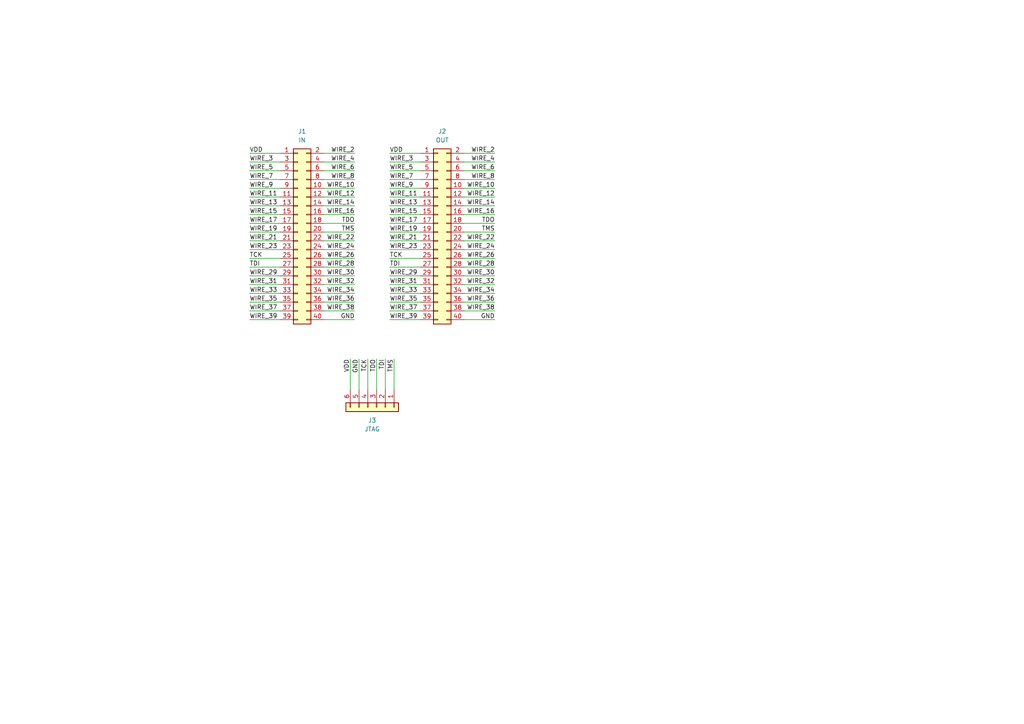
<source format=kicad_sch>
(kicad_sch (version 20250114) (generator "eeschema") (generator_version "9.0")
  (paper "A4")
  (lib_symbols
    (symbol "Connector_Generic:Conn_01x06" (pin_names (offset 1.016) (hide yes))
      (property "Reference" "J" (at 0 7.62 0))
      (property "Value" "Conn_01x06" (at 0 -10.16 0))
      (symbol "Conn_01x06_1_1"
        (rectangle (start -1.27 6.35) (end 1.27 -8.89) (stroke (width 0.254)) (fill (type background)))
        (rectangle (start -1.27 5.207) (end 0 4.953) (stroke (width 0.1524)))
        (rectangle (start -1.27 2.667) (end 0 2.413) (stroke (width 0.1524)))
        (rectangle (start -1.27 0.127) (end 0 -0.127) (stroke (width 0.1524)))
        (rectangle (start -1.27 -2.413) (end 0 -2.667) (stroke (width 0.1524)))
        (rectangle (start -1.27 -4.953) (end 0 -5.207) (stroke (width 0.1524)))
        (rectangle (start -1.27 -7.493) (end 0 -7.747) (stroke (width 0.1524)))
        (pin passive line (at -5.08 5.08 0) (length 3.81) (name "Pin_1") (number "1"))
        (pin passive line (at -5.08 2.54 0) (length 3.81) (name "Pin_2") (number "2"))
        (pin passive line (at -5.08 0 0) (length 3.81) (name "Pin_3") (number "3"))
        (pin passive line (at -5.08 -2.54 0) (length 3.81) (name "Pin_4") (number "4"))
        (pin passive line (at -5.08 -5.08 0) (length 3.81) (name "Pin_5") (number "5"))
        (pin passive line (at -5.08 -7.62 0) (length 3.81) (name "Pin_6") (number "6"))
      )
    )
    (symbol "Connector_Generic:Conn_02x20_Odd_Even" (pin_names (offset 1.016) (hide yes))
      (property "Reference" "J" (at 1.27 25.4 0))
      (property "Value" "Conn_02x20_Odd_Even" (at 1.27 -27.94 0))
      (symbol "Conn_02x20_Odd_Even_1_1"
        (rectangle (start -1.27 24.13) (end 3.81 -26.67) (stroke (width 0.254)) (fill (type background)))
        (rectangle (start -1.27 22.987) (end 0 22.733) (stroke (width 0.1524)))
        (rectangle (start -1.27 20.447) (end 0 20.193) (stroke (width 0.1524)))
        (rectangle (start -1.27 17.907) (end 0 17.653) (stroke (width 0.1524)))
        (rectangle (start -1.27 15.367) (end 0 15.113) (stroke (width 0.1524)))
        (rectangle (start -1.27 12.827) (end 0 12.573) (stroke (width 0.1524)))
        (rectangle (start -1.27 10.287) (end 0 10.033) (stroke (width 0.1524)))
        (rectangle (start -1.27 7.747) (end 0 7.493) (stroke (width 0.1524)))
        (rectangle (start -1.27 5.207) (end 0 4.953) (stroke (width 0.1524)))
        (rectangle (start -1.27 2.667) (end 0 2.413) (stroke (width 0.1524)))
        (rectangle (start -1.27 0.127) (end 0 -0.127) (stroke (width 0.1524)))
        (rectangle (start -1.27 -2.413) (end 0 -2.667) (stroke (width 0.1524)))
        (rectangle (start -1.27 -4.953) (end 0 -5.207) (stroke (width 0.1524)))
        (rectangle (start -1.27 -7.493) (end 0 -7.747) (stroke (width 0.1524)))
        (rectangle (start -1.27 -10.033) (end 0 -10.287) (stroke (width 0.1524)))
        (rectangle (start -1.27 -12.573) (end 0 -12.827) (stroke (width 0.1524)))
        (rectangle (start -1.27 -15.113) (end 0 -15.367) (stroke (width 0.1524)))
        (rectangle (start -1.27 -17.653) (end 0 -17.907) (stroke (width 0.1524)))
        (rectangle (start -1.27 -20.193) (end 0 -20.447) (stroke (width 0.1524)))
        (rectangle (start -1.27 -22.733) (end 0 -22.987) (stroke (width 0.1524)))
        (rectangle (start -1.27 -25.273) (end 0 -25.527) (stroke (width 0.1524)))
        (rectangle (start 3.81 22.987) (end 2.54 22.733) (stroke (width 0.1524)))
        (rectangle (start 3.81 20.447) (end 2.54 20.193) (stroke (width 0.1524)))
        (rectangle (start 3.81 17.907) (end 2.54 17.653) (stroke (width 0.1524)))
        (rectangle (start 3.81 15.367) (end 2.54 15.113) (stroke (width 0.1524)))
        (rectangle (start 3.81 12.827) (end 2.54 12.573) (stroke (width 0.1524)))
        (rectangle (start 3.81 10.287) (end 2.54 10.033) (stroke (width 0.1524)))
        (rectangle (start 3.81 7.747) (end 2.54 7.493) (stroke (width 0.1524)))
        (rectangle (start 3.81 5.207) (end 2.54 4.953) (stroke (width 0.1524)))
        (rectangle (start 3.81 2.667) (end 2.54 2.413) (stroke (width 0.1524)))
        (rectangle (start 3.81 0.127) (end 2.54 -0.127) (stroke (width 0.1524)))
        (rectangle (start 3.81 -2.413) (end 2.54 -2.667) (stroke (width 0.1524)))
        (rectangle (start 3.81 -4.953) (end 2.54 -5.207) (stroke (width 0.1524)))
        (rectangle (start 3.81 -7.493) (end 2.54 -7.747) (stroke (width 0.1524)))
        (rectangle (start 3.81 -10.033) (end 2.54 -10.287) (stroke (width 0.1524)))
        (rectangle (start 3.81 -12.573) (end 2.54 -12.827) (stroke (width 0.1524)))
        (rectangle (start 3.81 -15.113) (end 2.54 -15.367) (stroke (width 0.1524)))
        (rectangle (start 3.81 -17.653) (end 2.54 -17.907) (stroke (width 0.1524)))
        (rectangle (start 3.81 -20.193) (end 2.54 -20.447) (stroke (width 0.1524)))
        (rectangle (start 3.81 -22.733) (end 2.54 -22.987) (stroke (width 0.1524)))
        (rectangle (start 3.81 -25.273) (end 2.54 -25.527) (stroke (width 0.1524)))
        (pin passive line (at -5.08 22.86 0) (length 3.81) (name "Pin_1") (number "1"))
        (pin passive line (at -5.08 20.32 0) (length 3.81) (name "Pin_3") (number "3"))
        (pin passive line (at -5.08 17.78 0) (length 3.81) (name "Pin_5") (number "5"))
        (pin passive line (at -5.08 15.24 0) (length 3.81) (name "Pin_7") (number "7"))
        (pin passive line (at -5.08 12.7 0) (length 3.81) (name "Pin_9") (number "9"))
        (pin passive line (at -5.08 10.16 0) (length 3.81) (name "Pin_11") (number "11"))
        (pin passive line (at -5.08 7.62 0) (length 3.81) (name "Pin_13") (number "13"))
        (pin passive line (at -5.08 5.08 0) (length 3.81) (name "Pin_15") (number "15"))
        (pin passive line (at -5.08 2.54 0) (length 3.81) (name "Pin_17") (number "17"))
        (pin passive line (at -5.08 0 0) (length 3.81) (name "Pin_19") (number "19"))
        (pin passive line (at -5.08 -2.54 0) (length 3.81) (name "Pin_21") (number "21"))
        (pin passive line (at -5.08 -5.08 0) (length 3.81) (name "Pin_23") (number "23"))
        (pin passive line (at -5.08 -7.62 0) (length 3.81) (name "Pin_25") (number "25"))
        (pin passive line (at -5.08 -10.16 0) (length 3.81) (name "Pin_27") (number "27"))
        (pin passive line (at -5.08 -12.7 0) (length 3.81) (name "Pin_29") (number "29"))
        (pin passive line (at -5.08 -15.24 0) (length 3.81) (name "Pin_31") (number "31"))
        (pin passive line (at -5.08 -17.78 0) (length 3.81) (name "Pin_33") (number "33"))
        (pin passive line (at -5.08 -20.32 0) (length 3.81) (name "Pin_35") (number "35"))
        (pin passive line (at -5.08 -22.86 0) (length 3.81) (name "Pin_37") (number "37"))
        (pin passive line (at -5.08 -25.4 0) (length 3.81) (name "Pin_39") (number "39"))
        (pin passive line (at 7.62 22.86 180) (length 3.81) (name "Pin_2") (number "2"))
        (pin passive line (at 7.62 20.32 180) (length 3.81) (name "Pin_4") (number "4"))
        (pin passive line (at 7.62 17.78 180) (length 3.81) (name "Pin_6") (number "6"))
        (pin passive line (at 7.62 15.24 180) (length 3.81) (name "Pin_8") (number "8"))
        (pin passive line (at 7.62 12.7 180) (length 3.81) (name "Pin_10") (number "10"))
        (pin passive line (at 7.62 10.16 180) (length 3.81) (name "Pin_12") (number "12"))
        (pin passive line (at 7.62 7.62 180) (length 3.81) (name "Pin_14") (number "14"))
        (pin passive line (at 7.62 5.08 180) (length 3.81) (name "Pin_16") (number "16"))
        (pin passive line (at 7.62 2.54 180) (length 3.81) (name "Pin_18") (number "18"))
        (pin passive line (at 7.62 0 180) (length 3.81) (name "Pin_20") (number "20"))
        (pin passive line (at 7.62 -2.54 180) (length 3.81) (name "Pin_22") (number "22"))
        (pin passive line (at 7.62 -5.08 180) (length 3.81) (name "Pin_24") (number "24"))
        (pin passive line (at 7.62 -7.62 180) (length 3.81) (name "Pin_26") (number "26"))
        (pin passive line (at 7.62 -10.16 180) (length 3.81) (name "Pin_28") (number "28"))
        (pin passive line (at 7.62 -12.7 180) (length 3.81) (name "Pin_30") (number "30"))
        (pin passive line (at 7.62 -15.24 180) (length 3.81) (name "Pin_32") (number "32"))
        (pin passive line (at 7.62 -17.78 180) (length 3.81) (name "Pin_34") (number "34"))
        (pin passive line (at 7.62 -20.32 180) (length 3.81) (name "Pin_36") (number "36"))
        (pin passive line (at 7.62 -22.86 180) (length 3.81) (name "Pin_38") (number "38"))
        (pin passive line (at 7.62 -25.4 180) (length 3.81) (name "Pin_40") (number "40"))
      )
    )
  )
  (wire (pts (xy 134.62 80.01) (xy 143.51 80.01)))
  (wire (pts (xy 93.98 52.07) (xy 102.87 52.07)))
  (wire (pts (xy 113.03 90.17) (xy 121.92 90.17)))
  (wire (pts (xy 113.03 69.85) (xy 121.92 69.85)))
  (wire (pts (xy 93.98 46.99) (xy 102.87 46.99)))
  (wire (pts (xy 134.62 49.53) (xy 143.51 49.53)))
  (wire (pts (xy 113.03 82.55) (xy 121.92 82.55)))
  (wire (pts (xy 134.62 74.93) (xy 143.51 74.93)))
  (wire (pts (xy 113.03 54.61) (xy 121.92 54.61)))
  (wire (pts (xy 72.39 72.39) (xy 81.28 72.39)))
  (wire (pts (xy 93.98 54.61) (xy 102.87 54.61)))
  (wire (pts (xy 113.03 46.99) (xy 121.92 46.99)))
  (wire (pts (xy 134.62 69.85) (xy 143.51 69.85)))
  (wire (pts (xy 113.03 64.77) (xy 121.92 64.77)))
  (wire (pts (xy 104.14 104.14) (xy 104.14 113.03)))
  (wire (pts (xy 113.03 92.71) (xy 121.92 92.71)))
  (wire (pts (xy 72.39 74.93) (xy 81.28 74.93)))
  (wire (pts (xy 113.03 74.93) (xy 121.92 74.93)))
  (wire (pts (xy 113.03 77.47) (xy 121.92 77.47)))
  (wire (pts (xy 134.62 46.99) (xy 143.51 46.99)))
  (wire (pts (xy 93.98 59.69) (xy 102.87 59.69)))
  (wire (pts (xy 134.62 57.15) (xy 143.51 57.15)))
  (wire (pts (xy 72.39 85.09) (xy 81.28 85.09)))
  (wire (pts (xy 93.98 85.09) (xy 102.87 85.09)))
  (wire (pts (xy 109.22 104.14) (xy 109.22 113.03)))
  (wire (pts (xy 72.39 44.45) (xy 81.28 44.45)))
  (wire (pts (xy 101.6 104.14) (xy 101.6 113.03)))
  (wire (pts (xy 113.03 87.63) (xy 121.92 87.63)))
  (wire (pts (xy 72.39 67.31) (xy 81.28 67.31)))
  (wire (pts (xy 134.62 72.39) (xy 143.51 72.39)))
  (wire (pts (xy 93.98 82.55) (xy 102.87 82.55)))
  (wire (pts (xy 72.39 49.53) (xy 81.28 49.53)))
  (wire (pts (xy 72.39 69.85) (xy 81.28 69.85)))
  (wire (pts (xy 134.62 90.17) (xy 143.51 90.17)))
  (wire (pts (xy 93.98 87.63) (xy 102.87 87.63)))
  (wire (pts (xy 72.39 52.07) (xy 81.28 52.07)))
  (wire (pts (xy 72.39 54.61) (xy 81.28 54.61)))
  (wire (pts (xy 72.39 62.23) (xy 81.28 62.23)))
  (wire (pts (xy 93.98 67.31) (xy 102.87 67.31)))
  (wire (pts (xy 93.98 80.01) (xy 102.87 80.01)))
  (wire (pts (xy 134.62 52.07) (xy 143.51 52.07)))
  (wire (pts (xy 113.03 72.39) (xy 121.92 72.39)))
  (wire (pts (xy 93.98 49.53) (xy 102.87 49.53)))
  (wire (pts (xy 113.03 49.53) (xy 121.92 49.53)))
  (wire (pts (xy 134.62 62.23) (xy 143.51 62.23)))
  (wire (pts (xy 72.39 90.17) (xy 81.28 90.17)))
  (wire (pts (xy 113.03 44.45) (xy 121.92 44.45)))
  (wire (pts (xy 72.39 80.01) (xy 81.28 80.01)))
  (wire (pts (xy 134.62 44.45) (xy 143.51 44.45)))
  (wire (pts (xy 93.98 69.85) (xy 102.87 69.85)))
  (wire (pts (xy 134.62 85.09) (xy 143.51 85.09)))
  (wire (pts (xy 93.98 77.47) (xy 102.87 77.47)))
  (wire (pts (xy 134.62 87.63) (xy 143.51 87.63)))
  (wire (pts (xy 134.62 59.69) (xy 143.51 59.69)))
  (wire (pts (xy 113.03 80.01) (xy 121.92 80.01)))
  (wire (pts (xy 93.98 64.77) (xy 102.87 64.77)))
  (wire (pts (xy 93.98 90.17) (xy 102.87 90.17)))
  (wire (pts (xy 72.39 57.15) (xy 81.28 57.15)))
  (wire (pts (xy 134.62 54.61) (xy 143.51 54.61)))
  (wire (pts (xy 72.39 59.69) (xy 81.28 59.69)))
  (wire (pts (xy 111.76 104.14) (xy 111.76 113.03)))
  (wire (pts (xy 72.39 87.63) (xy 81.28 87.63)))
  (wire (pts (xy 113.03 59.69) (xy 121.92 59.69)))
  (wire (pts (xy 134.62 82.55) (xy 143.51 82.55)))
  (wire (pts (xy 93.98 44.45) (xy 102.87 44.45)))
  (wire (pts (xy 113.03 62.23) (xy 121.92 62.23)))
  (wire (pts (xy 134.62 77.47) (xy 143.51 77.47)))
  (wire (pts (xy 93.98 57.15) (xy 102.87 57.15)))
  (wire (pts (xy 113.03 52.07) (xy 121.92 52.07)))
  (wire (pts (xy 72.39 77.47) (xy 81.28 77.47)))
  (wire (pts (xy 72.39 82.55) (xy 81.28 82.55)))
  (wire (pts (xy 93.98 72.39) (xy 102.87 72.39)))
  (wire (pts (xy 114.3 104.14) (xy 114.3 113.03)))
  (wire (pts (xy 72.39 64.77) (xy 81.28 64.77)))
  (wire (pts (xy 106.68 104.14) (xy 106.68 113.03)))
  (wire (pts (xy 134.62 64.77) (xy 143.51 64.77)))
  (wire (pts (xy 93.98 92.71) (xy 102.87 92.71)))
  (wire (pts (xy 72.39 46.99) (xy 81.28 46.99)))
  (wire (pts (xy 113.03 85.09) (xy 121.92 85.09)))
  (wire (pts (xy 113.03 67.31) (xy 121.92 67.31)))
  (wire (pts (xy 113.03 57.15) (xy 121.92 57.15)))
  (wire (pts (xy 134.62 67.31) (xy 143.51 67.31)))
  (wire (pts (xy 93.98 62.23) (xy 102.87 62.23)))
  (wire (pts (xy 72.39 92.71) (xy 81.28 92.71)))
  (wire (pts (xy 93.98 74.93) (xy 102.87 74.93)))
  (wire (pts (xy 134.62 92.71) (xy 143.51 92.71)))
  (label "TMS" (at 114.3 104.14 270))
  (label "WIRE_4" (at 102.87 46.99 180))
  (label "WIRE_39" (at 72.39 92.71 0))
  (label "WIRE_34" (at 143.51 85.09 180))
  (label "WIRE_9" (at 113.03 54.61 0))
  (label "TDI" (at 113.03 77.47 0))
  (label "WIRE_6" (at 143.51 49.53 180))
  (label "WIRE_33" (at 72.39 85.09 0))
  (label "WIRE_14" (at 102.87 59.69 180))
  (label "WIRE_11" (at 113.03 57.15 0))
  (label "WIRE_36" (at 102.87 87.63 180))
  (label "VDD" (at 101.6 104.14 270))
  (label "WIRE_4" (at 143.51 46.99 180))
  (label "WIRE_5" (at 113.03 49.53 0))
  (label "TCK" (at 113.03 74.93 0))
  (label "WIRE_11" (at 72.39 57.15 0))
  (label "WIRE_38" (at 102.87 90.17 180))
  (label "WIRE_32" (at 143.51 82.55 180))
  (label "WIRE_34" (at 102.87 85.09 180))
  (label "WIRE_19" (at 113.03 67.31 0))
  (label "WIRE_3" (at 113.03 46.99 0))
  (label "WIRE_17" (at 72.39 64.77 0))
  (label "WIRE_15" (at 113.03 62.23 0))
  (label "WIRE_30" (at 102.87 80.01 180))
  (label "WIRE_15" (at 72.39 62.23 0))
  (label "WIRE_39" (at 113.03 92.71 0))
  (label "WIRE_7" (at 72.39 52.07 0))
  (label "WIRE_29" (at 72.39 80.01 0))
  (label "WIRE_8" (at 102.87 52.07 180))
  (label "TCK" (at 106.68 104.14 270))
  (label "WIRE_23" (at 72.39 72.39 0))
  (label "WIRE_31" (at 113.03 82.55 0))
  (label "GND" (at 143.51 92.71 180))
  (label "WIRE_32" (at 102.87 82.55 180))
  (label "TDO" (at 143.51 64.77 180))
  (label "WIRE_5" (at 72.39 49.53 0))
  (label "WIRE_12" (at 102.87 57.15 180))
  (label "WIRE_7" (at 113.03 52.07 0))
  (label "WIRE_23" (at 113.03 72.39 0))
  (label "WIRE_19" (at 72.39 67.31 0))
  (label "WIRE_26" (at 143.51 74.93 180))
  (label "WIRE_16" (at 143.51 62.23 180))
  (label "WIRE_29" (at 113.03 80.01 0))
  (label "TDO" (at 102.87 64.77 180))
  (label "WIRE_2" (at 143.51 44.45 180))
  (label "TMS" (at 102.87 67.31 180))
  (label "WIRE_28" (at 102.87 77.47 180))
  (label "WIRE_12" (at 143.51 57.15 180))
  (label "WIRE_31" (at 72.39 82.55 0))
  (label "TDO" (at 109.22 104.14 270))
  (label "WIRE_35" (at 113.03 87.63 0))
  (label "TMS" (at 143.51 67.31 180))
  (label "WIRE_38" (at 143.51 90.17 180))
  (label "WIRE_21" (at 72.39 69.85 0))
  (label "WIRE_13" (at 72.39 59.69 0))
  (label "WIRE_24" (at 143.51 72.39 180))
  (label "WIRE_10" (at 102.87 54.61 180))
  (label "TDI" (at 72.39 77.47 0))
  (label "WIRE_26" (at 102.87 74.93 180))
  (label "TDI" (at 111.76 104.14 270))
  (label "WIRE_33" (at 113.03 85.09 0))
  (label "VDD" (at 113.03 44.45 0))
  (label "GND" (at 102.87 92.71 180))
  (label "WIRE_22" (at 143.51 69.85 180))
  (label "WIRE_6" (at 102.87 49.53 180))
  (label "WIRE_36" (at 143.51 87.63 180))
  (label "WIRE_35" (at 72.39 87.63 0))
  (label "WIRE_14" (at 143.51 59.69 180))
  (label "WIRE_3" (at 72.39 46.99 0))
  (label "TCK" (at 72.39 74.93 0))
  (label "WIRE_22" (at 102.87 69.85 180))
  (label "WIRE_28" (at 143.51 77.47 180))
  (label "WIRE_16" (at 102.87 62.23 180))
  (label "GND" (at 104.14 104.14 270))
  (label "WIRE_21" (at 113.03 69.85 0))
  (label "WIRE_8" (at 143.51 52.07 180))
  (label "WIRE_30" (at 143.51 80.01 180))
  (label "WIRE_37" (at 113.03 90.17 0))
  (label "WIRE_37" (at 72.39 90.17 0))
  (label "WIRE_9" (at 72.39 54.61 0))
  (label "WIRE_10" (at 143.51 54.61 180))
  (label "VDD" (at 72.39 44.45 0))
  (label "WIRE_24" (at 102.87 72.39 180))
  (label "WIRE_13" (at 113.03 59.69 0))
  (label "WIRE_2" (at 102.87 44.45 180))
  (label "WIRE_17" (at 113.03 64.77 0))
  (symbol (lib_id "Connector_Generic:Conn_02x20_Odd_Even") (at 127 67.31 0) (unit 1)
    (property "Reference" "J2" (at 128.27 38.1 0))
    (property "Value" "OUT" (at 128.27 40.64 0))
    (property "Footprint" "Connector_IDC:IDC-Header_2x20_P2.54mm_Vertical_SMD" (effects (hide yes)))
    (property "Description" "Generic connector, double row, 02x20, odd/even pin numbering scheme (row 1 odd numbers, row 2 even numbers), script generated (kicad-library-utils/schlib/autogen/connector/)" (effects (hide yes)))
  )
  (symbol (lib_id "Connector_Generic:Conn_02x20_Odd_Even") (at 86.36 67.31 0) (unit 1)
    (property "Reference" "J1" (at 87.63 38.1 0))
    (property "Value" "IN" (at 87.63 40.64 0))
    (property "Footprint" "Connector_PinSocket_2.54mm:PinSocket_2x20_P2.54mm_Vertical_SMD" (effects (hide yes)))
    (property "Description" "Generic connector, double row, 02x20, odd/even pin numbering scheme (row 1 odd numbers, row 2 even numbers), script generated (kicad-library-utils/schlib/autogen/connector/)" (effects (hide yes)))
  )
  (symbol (lib_id "Connector_Generic:Conn_01x06") (at 109.22 118.11 270) (unit 1)
    (property "Reference" "J3" (at 107.95 121.92 90))
    (property "Value" "JTAG" (at 107.95 124.46 90))
    (property "Footprint" "Connector_PinHeader_2.54mm:PinHeader_1x06_P2.54mm_Horizontal" (effects (hide yes)))
    (property "Description" "Generic connector, single row, 01x06, script generated (kicad-library-utils/schlib/autogen/connector/)" (effects (hide yes)))
  )
)
</source>
